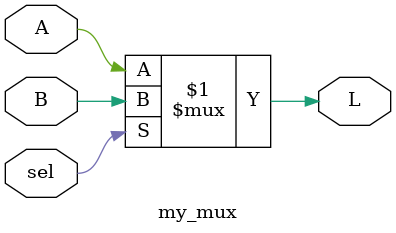
<source format=v>
/*******************************************************************
**ÎÒÃÇµÄFPGA¿ª·¢Íø
**ÍøÕ¾£ºwww.OurFPGA.com
**ÌÔ±¦£ºOurFPGA.taobao.com
**ÓÊÏä: OurFPGA@gmail.com
**»¶Ó­´ó¼ÒµÇÂ½ÍøÕ¾£¬²ÎÓëFPGA¼°µç×Ó¼¼ÊõÌÖÂÛ£¬ÏÂÔØÃâ·ÑÊÓÆµ½Ì³Ì¼°×ÊÁÏ
*****************ÎÄ¼þÐÅÏ¢********************************************
**´´½¨ÈÕÆÚ£º   2011.06.01
**°æ±¾ºÅ£º     version 1.0
**¹¦ÄÜÃèÊö£º    2Ñ¡Ò»Êý¾ÝÑ¡ÔñÆ÷
********************************************************************/

module my_mux(A,B,sel,L);
	input A,B,sel;
	output L;
 
 	assign L= sel?B:A;//selÎªÕæ,ÔòBµÄÖµ¼´Îª±í´ïÊ½Öµ,selÎª¼Ù,ÔòAµÄÖµ¼´ÎªÈ«±í´ïÊ½µÄÖµ

endmodule

</source>
